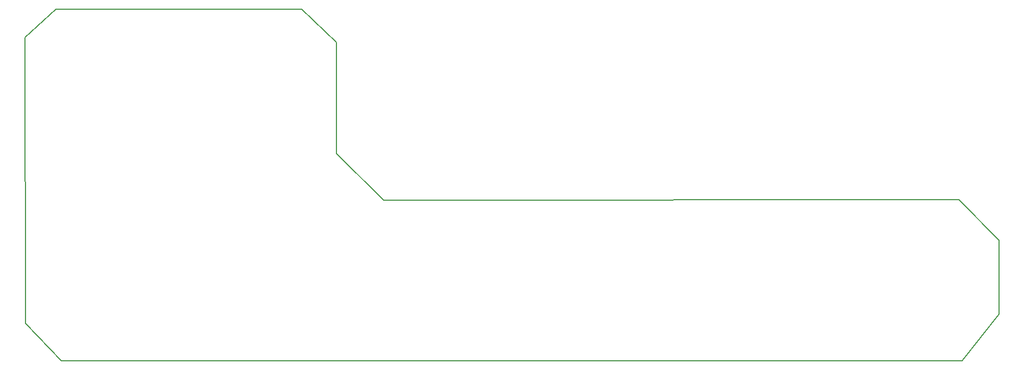
<source format=gbr>
G04 #@! TF.GenerationSoftware,KiCad,Pcbnew,(5.1.2)-1*
G04 #@! TF.CreationDate,2019-04-30T15:44:18-03:00*
G04 #@! TF.ProjectId,Eletr_nica,456c6574-72f4-46e6-9963-612e6b696361,rev?*
G04 #@! TF.SameCoordinates,Original*
G04 #@! TF.FileFunction,Profile,NP*
%FSLAX46Y46*%
G04 Gerber Fmt 4.6, Leading zero omitted, Abs format (unit mm)*
G04 Created by KiCad (PCBNEW (5.1.2)-1) date 2019-04-30 15:44:18*
%MOMM*%
%LPD*%
G04 APERTURE LIST*
%ADD10C,0.150000*%
G04 APERTURE END LIST*
D10*
X35560000Y-83185000D02*
X40367884Y-78740000D01*
X35651489Y-127773490D02*
X35560000Y-83185000D01*
X41275000Y-133592846D02*
X35651489Y-127773490D01*
X181783379Y-133592846D02*
X41275000Y-133592846D01*
X187567034Y-126365000D02*
X181783379Y-133592846D01*
X187567034Y-114783472D02*
X187567034Y-126365000D01*
X181319259Y-108469649D02*
X187567034Y-114783472D01*
X91547655Y-108505351D02*
X181319259Y-108469649D01*
X84157429Y-101222230D02*
X91547655Y-108505351D01*
X84177065Y-83899828D02*
X84157429Y-101222230D01*
X78740000Y-78740000D02*
X84177065Y-83899828D01*
X40367884Y-78740000D02*
X78740000Y-78740000D01*
M02*

</source>
